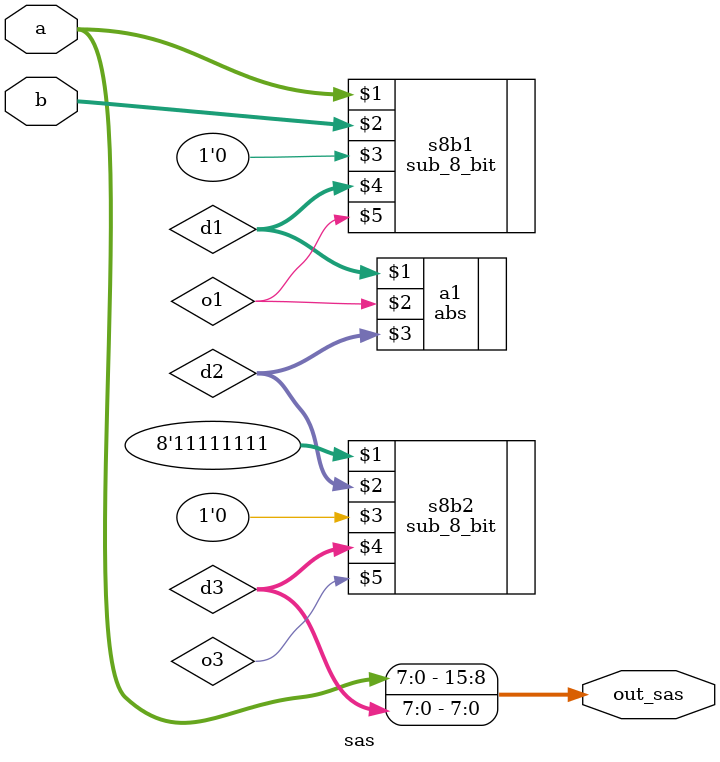
<source format=v>
module sas(
  input [7:0] a, b,
  output [15:0] out_sas
  );
  parameter _1b0 = 1'b0;
  parameter _8b1 = 8'b11111111;
  wire [7:0] d1, d2, d3;
  wire  o1, o3;
  sub_8_bit s8b1(a, b, _1b0, d1, o1);
  abs a1(d1, o1, d2);
  sub_8_bit s8b2(_8b1, d2, 1'b0, d3, o3);
  
  assign out_sas = {a,d3};
  
endmodule

</source>
